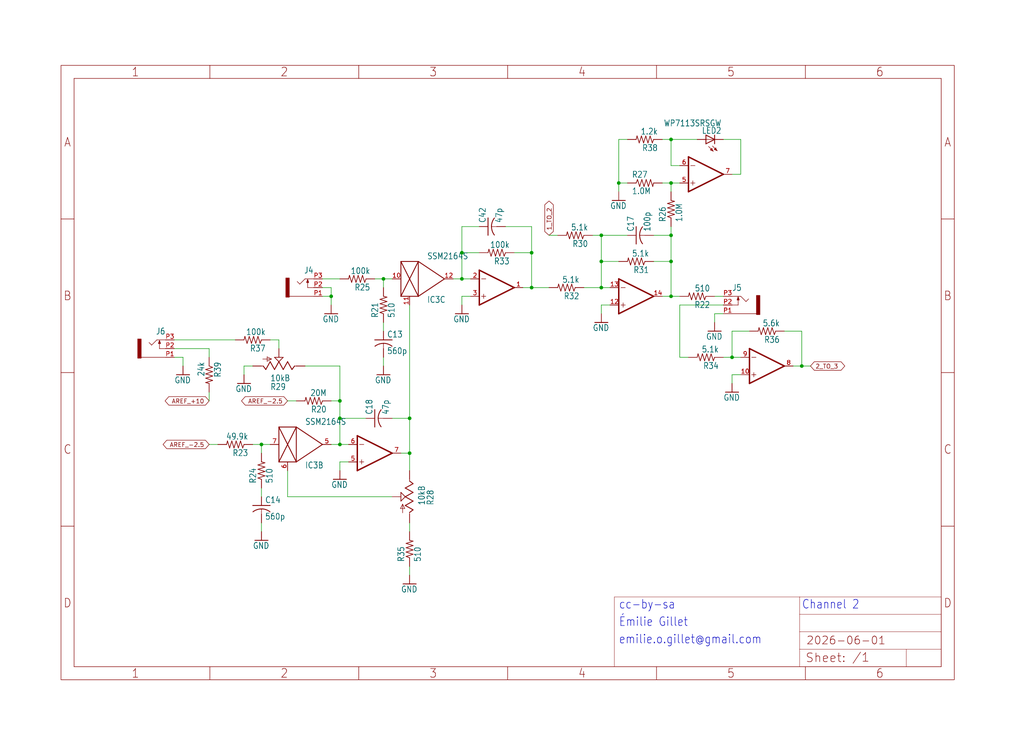
<source format=kicad_sch>
(kicad_sch (version 20230121) (generator eeschema)
  (paper "User" 298.45 217.17)
  (lib_symbols
    (symbol "veils_v40-eagle-import:A4L-LOC"
      (symbol "A4L-LOC_1_0"
        (polyline (pts (xy 0 44.7675) (xy 3.81 44.7675)))
        (polyline (pts (xy 0 89.535) (xy 3.81 89.535)))
        (polyline (pts (xy 0 134.3025) (xy 3.81 134.3025)))
        (polyline (pts (xy 3.81 3.81) (xy 3.81 175.26)))
        (polyline (pts (xy 43.3917 0) (xy 43.3917 3.81)))
        (polyline (pts (xy 43.3917 175.26) (xy 43.3917 179.07)))
        (polyline (pts (xy 86.7833 0) (xy 86.7833 3.81)))
        (polyline (pts (xy 86.7833 175.26) (xy 86.7833 179.07)))
        (polyline (pts (xy 130.175 0) (xy 130.175 3.81)))
        (polyline (pts (xy 130.175 175.26) (xy 130.175 179.07)))
        (polyline (pts (xy 161.29 3.81) (xy 161.29 24.13)) (stroke (width 0.1016)))
        (polyline (pts (xy 161.29 24.13) (xy 215.265 24.13)) (stroke (width 0.1016)))
        (polyline (pts (xy 173.5667 0) (xy 173.5667 3.81)))
        (polyline (pts (xy 173.5667 175.26) (xy 173.5667 179.07)))
        (polyline (pts (xy 215.265 8.89) (xy 215.265 3.81)) (stroke (width 0.1016)))
        (polyline (pts (xy 215.265 8.89) (xy 215.265 13.97)) (stroke (width 0.1016)))
        (polyline (pts (xy 215.265 13.97) (xy 215.265 19.05)) (stroke (width 0.1016)))
        (polyline (pts (xy 215.265 13.97) (xy 256.54 13.97)) (stroke (width 0.1016)))
        (polyline (pts (xy 215.265 19.05) (xy 215.265 24.13)) (stroke (width 0.1016)))
        (polyline (pts (xy 215.265 19.05) (xy 256.54 19.05)) (stroke (width 0.1016)))
        (polyline (pts (xy 215.265 24.13) (xy 256.54 24.13)) (stroke (width 0.1016)))
        (polyline (pts (xy 216.9583 0) (xy 216.9583 3.81)))
        (polyline (pts (xy 216.9583 175.26) (xy 216.9583 179.07)))
        (polyline (pts (xy 246.38 3.81) (xy 246.38 8.89)) (stroke (width 0.1016)))
        (polyline (pts (xy 246.38 8.89) (xy 215.265 8.89)) (stroke (width 0.1016)))
        (polyline (pts (xy 246.38 8.89) (xy 256.54 8.89)) (stroke (width 0.1016)))
        (polyline (pts (xy 256.54 3.81) (xy 3.81 3.81)))
        (polyline (pts (xy 256.54 3.81) (xy 256.54 8.89)) (stroke (width 0.1016)))
        (polyline (pts (xy 256.54 3.81) (xy 256.54 175.26)))
        (polyline (pts (xy 256.54 8.89) (xy 256.54 13.97)) (stroke (width 0.1016)))
        (polyline (pts (xy 256.54 13.97) (xy 256.54 19.05)) (stroke (width 0.1016)))
        (polyline (pts (xy 256.54 19.05) (xy 256.54 24.13)) (stroke (width 0.1016)))
        (polyline (pts (xy 256.54 44.7675) (xy 260.35 44.7675)))
        (polyline (pts (xy 256.54 89.535) (xy 260.35 89.535)))
        (polyline (pts (xy 256.54 134.3025) (xy 260.35 134.3025)))
        (polyline (pts (xy 256.54 175.26) (xy 3.81 175.26)))
        (polyline (pts (xy 0 0) (xy 260.35 0) (xy 260.35 179.07) (xy 0 179.07) (xy 0 0)))
        (text "${#}/${##}" (at 230.505 5.08 0) (effects (font (size 2.54 2.54)) (justify left bottom)))
        (text "${CURRENT_DATE}" (at 217.17 10.16 0) (effects (font (size 2.286 2.286)) (justify left bottom)))
        (text "${PROJECTNAME}" (at 217.17 15.24 0) (effects (font (size 2.54 2.54)) (justify left bottom)))
        (text "1" (at 21.6958 1.905 0) (effects (font (size 2.54 2.286))))
        (text "1" (at 21.6958 177.165 0) (effects (font (size 2.54 2.286))))
        (text "2" (at 65.0875 1.905 0) (effects (font (size 2.54 2.286))))
        (text "2" (at 65.0875 177.165 0) (effects (font (size 2.54 2.286))))
        (text "3" (at 108.4792 1.905 0) (effects (font (size 2.54 2.286))))
        (text "3" (at 108.4792 177.165 0) (effects (font (size 2.54 2.286))))
        (text "4" (at 151.8708 1.905 0) (effects (font (size 2.54 2.286))))
        (text "4" (at 151.8708 177.165 0) (effects (font (size 2.54 2.286))))
        (text "5" (at 195.2625 1.905 0) (effects (font (size 2.54 2.286))))
        (text "5" (at 195.2625 177.165 0) (effects (font (size 2.54 2.286))))
        (text "6" (at 238.6542 1.905 0) (effects (font (size 2.54 2.286))))
        (text "6" (at 238.6542 177.165 0) (effects (font (size 2.54 2.286))))
        (text "A" (at 1.905 156.6863 0) (effects (font (size 2.54 2.286))))
        (text "A" (at 258.445 156.6863 0) (effects (font (size 2.54 2.286))))
        (text "B" (at 1.905 111.9188 0) (effects (font (size 2.54 2.286))))
        (text "B" (at 258.445 111.9188 0) (effects (font (size 2.54 2.286))))
        (text "C" (at 1.905 67.1513 0) (effects (font (size 2.54 2.286))))
        (text "C" (at 258.445 67.1513 0) (effects (font (size 2.54 2.286))))
        (text "D" (at 1.905 22.3838 0) (effects (font (size 2.54 2.286))))
        (text "D" (at 258.445 22.3838 0) (effects (font (size 2.54 2.286))))
        (text "Sheet:" (at 216.916 4.953 0) (effects (font (size 2.54 2.54)) (justify left bottom)))
      )
    )
    (symbol "veils_v40-eagle-import:C-USC0402"
      (property "Reference" "C" (at 1.016 0.635 0))
      (symbol "C-USC0402_1_0"
        (arc (start 0 -1.0161) (mid -1.302 -1.2303) (end -2.4668 -1.8504) (stroke (width 0.254)))
        (polyline (pts (xy -2.54 0) (xy 2.54 0)) (stroke (width 0.254)))
        (polyline (pts (xy 0 -1.016) (xy 0 -2.54)) (stroke (width 0.1524)))
        (arc (start 2.4892 -1.8541) (mid 1.3158 -1.2194) (end 0 -1) (stroke (width 0.254)))
        (pin passive line (at 0 2.54 270) (length 2.54) (name "1") (number "1"))
        (pin passive line (at 0 -5.08 90) (length 2.54) (name "2") (number "2"))
      )
    )
    (symbol "veils_v40-eagle-import:GND" (power)
      (property "Value" "GND" (at -2.54 -2.54 0))
      (symbol "GND_1_0"
        (polyline (pts (xy -1.905 0) (xy 1.905 0)) (stroke (width 0.254)))
        (pin power_in line (at 0 2.54 270) (length 2.54) (name "GND") (number "1"))
      )
    )
    (symbol "veils_v40-eagle-import:LED5MM"
      (property "Reference" "LED" (at 3.556 -4.572 90))
      (symbol "LED5MM_1_0"
        (polyline (pts (xy -2.032 -0.762) (xy -3.429 -2.159)) (stroke (width 0.1524)))
        (polyline (pts (xy -1.905 -1.905) (xy -3.302 -3.302)) (stroke (width 0.1524)))
        (polyline (pts (xy 0 -2.54) (xy -1.27 -2.54)) (stroke (width 0.254)))
        (polyline (pts (xy 0 -2.54) (xy -1.27 0)) (stroke (width 0.254)))
        (polyline (pts (xy 0 0) (xy -1.27 0)) (stroke (width 0.254)))
        (polyline (pts (xy 0 0) (xy 0 -2.54)) (stroke (width 0.1524)))
        (polyline (pts (xy 1.27 -2.54) (xy 0 -2.54)) (stroke (width 0.254)))
        (polyline (pts (xy 1.27 0) (xy 0 -2.54)) (stroke (width 0.254)))
        (polyline (pts (xy 1.27 0) (xy 0 0)) (stroke (width 0.254)))
        (polyline (pts (xy -3.429 -2.159) (xy -3.048 -1.27) (xy -2.54 -1.778)) (stroke (width 0.1524)) (fill (type outline)))
        (polyline (pts (xy -3.302 -3.302) (xy -2.921 -2.413) (xy -2.413 -2.921)) (stroke (width 0.1524)) (fill (type outline)))
        (pin passive line (at 0 2.54 270) (length 2.54) (name "A") (number "A"))
        (pin passive line (at 0 -5.08 90) (length 2.54) (name "C") (number "K"))
      )
    )
    (symbol "veils_v40-eagle-import:PJ301_THONKICONN6"
      (property "Reference" "J" (at -2.54 4.064 0))
      (symbol "PJ301_THONKICONN6_1_0"
        (polyline (pts (xy -2.54 -2.54) (xy 4.572 -2.54)) (stroke (width 0.1524)))
        (polyline (pts (xy -2.54 0) (xy -0.762 0)) (stroke (width 0.1524)))
        (polyline (pts (xy -2.54 2.54) (xy 0 2.54)) (stroke (width 0.1524)))
        (polyline (pts (xy -1.016 1.524) (xy -0.508 1.524)) (stroke (width 0.254)))
        (polyline (pts (xy -0.762 0) (xy -0.762 2.286)) (stroke (width 0.1524)))
        (polyline (pts (xy -0.762 2.286) (xy -1.016 1.524)) (stroke (width 0.254)))
        (polyline (pts (xy -0.508 1.524) (xy -0.762 2.286)) (stroke (width 0.254)))
        (polyline (pts (xy 0 2.54) (xy 1.524 1.016)) (stroke (width 0.1524)))
        (polyline (pts (xy 1.524 1.016) (xy 2.286 1.778)) (stroke (width 0.1524)))
        (rectangle (start 4.572 2.794) (end 5.588 -2.794) (fill (type outline)))
        (pin passive line (at -5.08 -2.54 0) (length 2.54) (name "1") (number "P1"))
        (pin passive line (at -5.08 0 0) (length 2.54) (name "2") (number "P2"))
        (pin passive line (at -5.08 2.54 0) (length 2.54) (name "3") (number "P3"))
      )
    )
    (symbol "veils_v40-eagle-import:POT_USVERTICAL_PS"
      (property "Reference" "R" (at -5.08 -2.54 90))
      (symbol "POT_USVERTICAL_PS_1_0"
        (polyline (pts (xy -1.016 -3.81) (xy 1.27 -2.54)) (stroke (width 0.254)))
        (polyline (pts (xy -1.016 -1.27) (xy 1.27 0)) (stroke (width 0.254)))
        (polyline (pts (xy -1.016 1.27) (xy 1.27 2.54)) (stroke (width 0.254)))
        (polyline (pts (xy -1.016 3.81) (xy 0 4.572)) (stroke (width 0.254)))
        (polyline (pts (xy 0 -5.08) (xy 0 -4.572)) (stroke (width 0.1524)))
        (polyline (pts (xy 0 -4.572) (xy -1.016 -3.81)) (stroke (width 0.254)))
        (polyline (pts (xy 0 4.572) (xy 0 5.08)) (stroke (width 0.1524)))
        (polyline (pts (xy 1.27 -2.54) (xy -1.016 -1.27)) (stroke (width 0.254)))
        (polyline (pts (xy 1.27 0) (xy -1.016 1.27)) (stroke (width 0.254)))
        (polyline (pts (xy 1.27 0) (xy 2.54 1.27)) (stroke (width 0.2032)))
        (polyline (pts (xy 1.27 2.54) (xy -1.016 3.81)) (stroke (width 0.254)))
        (polyline (pts (xy 1.397 -3.429) (xy 2.032 -2.159)) (stroke (width 0.1524)))
        (polyline (pts (xy 2.032 -4.699) (xy 2.032 -2.159)) (stroke (width 0.1524)))
        (polyline (pts (xy 2.032 -2.159) (xy 2.667 -3.429)) (stroke (width 0.1524)))
        (polyline (pts (xy 2.54 -1.27) (xy 1.27 0)) (stroke (width 0.2032)))
        (polyline (pts (xy 2.54 1.27) (xy 2.54 -1.27)) (stroke (width 0.2032)))
        (polyline (pts (xy 2.667 -3.429) (xy 1.397 -3.429)) (stroke (width 0.1524)))
        (pin passive line (at 0 7.62 270) (length 2.54) (name "E") (number "P$1"))
        (pin passive line (at 5.08 0 180) (length 2.54) (name "S") (number "P$2"))
        (pin passive line (at 0 -7.62 90) (length 2.54) (name "A") (number "P$3"))
      )
    )
    (symbol "veils_v40-eagle-import:R-US_R0402"
      (property "Reference" "R" (at -3.81 1.4986 0))
      (symbol "R-US_R0402_1_0"
        (polyline (pts (xy -2.54 0) (xy -2.159 1.016)) (stroke (width 0.2032)))
        (polyline (pts (xy -2.159 1.016) (xy -1.524 -1.016)) (stroke (width 0.2032)))
        (polyline (pts (xy -1.524 -1.016) (xy -0.889 1.016)) (stroke (width 0.2032)))
        (polyline (pts (xy -0.889 1.016) (xy -0.254 -1.016)) (stroke (width 0.2032)))
        (polyline (pts (xy -0.254 -1.016) (xy 0.381 1.016)) (stroke (width 0.2032)))
        (polyline (pts (xy 0.381 1.016) (xy 1.016 -1.016)) (stroke (width 0.2032)))
        (polyline (pts (xy 1.016 -1.016) (xy 1.651 1.016)) (stroke (width 0.2032)))
        (polyline (pts (xy 1.651 1.016) (xy 2.286 -1.016)) (stroke (width 0.2032)))
        (polyline (pts (xy 2.286 -1.016) (xy 2.54 0)) (stroke (width 0.2032)))
        (pin passive line (at -5.08 0 0) (length 2.54) (name "1") (number "1"))
        (pin passive line (at 5.08 0 180) (length 2.54) (name "2") (number "2"))
      )
    )
    (symbol "veils_v40-eagle-import:SSM2164S"
      (property "Reference" "IC" (at 5.08 -12.7 0))
      (symbol "SSM2164S_1_0"
        (polyline (pts (xy -2.54 -5.08) (xy 2.54 -5.08)) (stroke (width 0.254)))
        (polyline (pts (xy -2.54 -5.08) (xy 2.54 5.08)) (stroke (width 0.254)))
        (polyline (pts (xy -2.54 5.08) (xy -2.54 -5.08)) (stroke (width 0.254)))
        (polyline (pts (xy -2.54 5.08) (xy 2.54 -5.08)) (stroke (width 0.254)))
        (polyline (pts (xy 2.54 -5.08) (xy 2.54 5.08)) (stroke (width 0.254)))
        (polyline (pts (xy 2.54 5.08) (xy -2.54 5.08)) (stroke (width 0.254)))
        (polyline (pts (xy 2.54 5.08) (xy 10.16 0)) (stroke (width 0.254)))
        (polyline (pts (xy 10.16 0) (xy 2.54 -5.08)) (stroke (width 0.254)))
        (pin input line (at -5.08 0 0) (length 2.54) (name "IN") (number "2"))
        (pin input line (at 0 7.62 270) (length 2.54) (name "CTRL") (number "3"))
        (pin output line (at 12.7 0 180) (length 2.54) (name "OUT") (number "4"))
      )
      (symbol "SSM2164S_2_0"
        (polyline (pts (xy -2.54 -5.08) (xy 2.54 -5.08)) (stroke (width 0.254)))
        (polyline (pts (xy -2.54 -5.08) (xy 2.54 5.08)) (stroke (width 0.254)))
        (polyline (pts (xy -2.54 5.08) (xy -2.54 -5.08)) (stroke (width 0.254)))
        (polyline (pts (xy -2.54 5.08) (xy 2.54 -5.08)) (stroke (width 0.254)))
        (polyline (pts (xy 2.54 -5.08) (xy 2.54 5.08)) (stroke (width 0.254)))
        (polyline (pts (xy 2.54 5.08) (xy -2.54 5.08)) (stroke (width 0.254)))
        (polyline (pts (xy 2.54 5.08) (xy 10.16 0)) (stroke (width 0.254)))
        (polyline (pts (xy 10.16 0) (xy 2.54 -5.08)) (stroke (width 0.254)))
        (pin output line (at 12.7 0 180) (length 2.54) (name "OUT") (number "5"))
        (pin input line (at 0 7.62 270) (length 2.54) (name "CTRL") (number "6"))
        (pin input line (at -5.08 0 0) (length 2.54) (name "IN") (number "7"))
      )
      (symbol "SSM2164S_3_0"
        (polyline (pts (xy -2.54 -5.08) (xy 2.54 -5.08)) (stroke (width 0.254)))
        (polyline (pts (xy -2.54 -5.08) (xy 2.54 5.08)) (stroke (width 0.254)))
        (polyline (pts (xy -2.54 5.08) (xy -2.54 -5.08)) (stroke (width 0.254)))
        (polyline (pts (xy -2.54 5.08) (xy 2.54 -5.08)) (stroke (width 0.254)))
        (polyline (pts (xy 2.54 -5.08) (xy 2.54 5.08)) (stroke (width 0.254)))
        (polyline (pts (xy 2.54 5.08) (xy -2.54 5.08)) (stroke (width 0.254)))
        (polyline (pts (xy 2.54 5.08) (xy 10.16 0)) (stroke (width 0.254)))
        (polyline (pts (xy 10.16 0) (xy 2.54 -5.08)) (stroke (width 0.254)))
        (pin input line (at -5.08 0 0) (length 2.54) (name "IN") (number "10"))
        (pin input line (at 0 7.62 270) (length 2.54) (name "CTRL") (number "11"))
        (pin output line (at 12.7 0 180) (length 2.54) (name "OUT") (number "12"))
      )
      (symbol "SSM2164S_4_0"
        (polyline (pts (xy -2.54 -5.08) (xy 2.54 -5.08)) (stroke (width 0.254)))
        (polyline (pts (xy -2.54 -5.08) (xy 2.54 5.08)) (stroke (width 0.254)))
        (polyline (pts (xy -2.54 5.08) (xy -2.54 -5.08)) (stroke (width 0.254)))
        (polyline (pts (xy -2.54 5.08) (xy 2.54 -5.08)) (stroke (width 0.254)))
        (polyline (pts (xy 2.54 -5.08) (xy 2.54 5.08)) (stroke (width 0.254)))
        (polyline (pts (xy 2.54 5.08) (xy -2.54 5.08)) (stroke (width 0.254)))
        (polyline (pts (xy 2.54 5.08) (xy 10.16 0)) (stroke (width 0.254)))
        (polyline (pts (xy 10.16 0) (xy 2.54 -5.08)) (stroke (width 0.254)))
        (pin output line (at 12.7 0 180) (length 2.54) (name "OUT") (number "13"))
        (pin input line (at 0 7.62 270) (length 2.54) (name "CTRL") (number "14"))
        (pin input line (at -5.08 0 0) (length 2.54) (name "IN") (number "15"))
      )
      (symbol "SSM2164S_5_0"
        (polyline (pts (xy -5.08 -10.16) (xy -5.08 5.08)) (stroke (width 0.254)))
        (polyline (pts (xy -5.08 5.08) (xy 5.08 5.08)) (stroke (width 0.254)))
        (polyline (pts (xy 5.08 -10.16) (xy -5.08 -10.16)) (stroke (width 0.254)))
        (polyline (pts (xy 5.08 5.08) (xy 5.08 -10.16)) (stroke (width 0.254)))
        (text "GND" (at -1.016 -5.842 0) (effects (font (size 1.778 1.5113)) (justify left bottom)))
        (text "MODE" (at -3.048 -1.016 0) (effects (font (size 1.778 1.5113)) (justify left bottom)))
        (text "V+" (at -1.524 2.54 0) (effects (font (size 1.778 1.5113)) (justify left bottom)))
        (text "V-" (at -1.524 -9.652 0) (effects (font (size 1.778 1.5113)) (justify left bottom)))
        (pin input line (at 7.62 0 180) (length 2.54) (name "MODE") (number "1"))
        (pin power_in line (at 0 7.62 270) (length 2.54) (name "V+") (number "16"))
        (pin power_in line (at 7.62 -5.08 180) (length 2.54) (name "GND") (number "8"))
        (pin power_in line (at 0 -12.7 90) (length 2.54) (name "V-") (number "9"))
      )
    )
    (symbol "veils_v40-eagle-import:TL072PW"
      (symbol "TL072PW_1_0"
        (polyline (pts (xy -5.08 -5.08) (xy 5.08 0)) (stroke (width 0.4064)))
        (polyline (pts (xy -5.08 5.08) (xy -5.08 -5.08)) (stroke (width 0.4064)))
        (polyline (pts (xy -4.445 -2.54) (xy -3.175 -2.54)) (stroke (width 0.1524)))
        (polyline (pts (xy -4.445 2.54) (xy -3.175 2.54)) (stroke (width 0.1524)))
        (polyline (pts (xy -3.81 3.175) (xy -3.81 1.905)) (stroke (width 0.1524)))
        (polyline (pts (xy 5.08 0) (xy -5.08 5.08)) (stroke (width 0.4064)))
        (pin output line (at 7.62 0 180) (length 2.54) (name "OUT") (number "1"))
        (pin input line (at -7.62 -2.54 0) (length 2.54) (name "-IN") (number "2"))
        (pin input line (at -7.62 2.54 0) (length 2.54) (name "+IN") (number "3"))
      )
      (symbol "TL072PW_2_0"
        (polyline (pts (xy -5.08 -5.08) (xy 5.08 0)) (stroke (width 0.4064)))
        (polyline (pts (xy -5.08 5.08) (xy -5.08 -5.08)) (stroke (width 0.4064)))
        (polyline (pts (xy -4.445 -2.54) (xy -3.175 -2.54)) (stroke (width 0.1524)))
        (polyline (pts (xy -4.445 2.54) (xy -3.175 2.54)) (stroke (width 0.1524)))
        (polyline (pts (xy -3.81 3.175) (xy -3.81 1.905)) (stroke (width 0.1524)))
        (polyline (pts (xy 5.08 0) (xy -5.08 5.08)) (stroke (width 0.4064)))
        (pin input line (at -7.62 2.54 0) (length 2.54) (name "+IN") (number "5"))
        (pin input line (at -7.62 -2.54 0) (length 2.54) (name "-IN") (number "6"))
        (pin output line (at 7.62 0 180) (length 2.54) (name "OUT") (number "7"))
      )
      (symbol "TL072PW_3_0"
        (text "V+" (at 1.27 3.175 900) (effects (font (size 0.8128 0.6908)) (justify left bottom)))
        (text "V-" (at 1.27 -4.445 900) (effects (font (size 0.8128 0.6908)) (justify left bottom)))
        (pin power_in line (at 0 -7.62 90) (length 5.08) (name "V-") (number "4"))
        (pin power_in line (at 0 7.62 270) (length 5.08) (name "V+") (number "8"))
      )
    )
    (symbol "veils_v40-eagle-import:TL074PW"
      (symbol "TL074PW_1_0"
        (polyline (pts (xy -5.08 -5.08) (xy 5.08 0)) (stroke (width 0.4064)))
        (polyline (pts (xy -5.08 5.08) (xy -5.08 -5.08)) (stroke (width 0.4064)))
        (polyline (pts (xy -4.445 -2.54) (xy -3.175 -2.54)) (stroke (width 0.1524)))
        (polyline (pts (xy -4.445 2.54) (xy -3.175 2.54)) (stroke (width 0.1524)))
        (polyline (pts (xy -3.81 3.175) (xy -3.81 1.905)) (stroke (width 0.1524)))
        (polyline (pts (xy 5.08 0) (xy -5.08 5.08)) (stroke (width 0.4064)))
        (pin output line (at 7.62 0 180) (length 2.54) (name "OUT") (number "1"))
        (pin input line (at -7.62 -2.54 0) (length 2.54) (name "-IN") (number "2"))
        (pin input line (at -7.62 2.54 0) (length 2.54) (name "+IN") (number "3"))
      )
      (symbol "TL074PW_2_0"
        (polyline (pts (xy -5.08 -5.08) (xy 5.08 0)) (stroke (width 0.4064)))
        (polyline (pts (xy -5.08 5.08) (xy -5.08 -5.08)) (stroke (width 0.4064)))
        (polyline (pts (xy -4.445 -2.54) (xy -3.175 -2.54)) (stroke (width 0.1524)))
        (polyline (pts (xy -4.445 2.54) (xy -3.175 2.54)) (stroke (width 0.1524)))
        (polyline (pts (xy -3.81 3.175) (xy -3.81 1.905)) (stroke (width 0.1524)))
        (polyline (pts (xy 5.08 0) (xy -5.08 5.08)) (stroke (width 0.4064)))
        (pin input line (at -7.62 2.54 0) (length 2.54) (name "+IN") (number "5"))
        (pin input line (at -7.62 -2.54 0) (length 2.54) (name "-IN") (number "6"))
        (pin output line (at 7.62 0 180) (length 2.54) (name "OUT") (number "7"))
      )
      (symbol "TL074PW_3_0"
        (polyline (pts (xy -5.08 -5.08) (xy 5.08 0)) (stroke (width 0.4064)))
        (polyline (pts (xy -5.08 5.08) (xy -5.08 -5.08)) (stroke (width 0.4064)))
        (polyline (pts (xy -4.445 -2.54) (xy -3.175 -2.54)) (stroke (width 0.1524)))
        (polyline (pts (xy -4.445 2.54) (xy -3.175 2.54)) (stroke (width 0.1524)))
        (polyline (pts (xy -3.81 3.175) (xy -3.81 1.905)) (stroke (width 0.1524)))
        (polyline (pts (xy 5.08 0) (xy -5.08 5.08)) (stroke (width 0.4064)))
        (pin input line (at -7.62 2.54 0) (length 2.54) (name "+IN") (number "10"))
        (pin output line (at 7.62 0 180) (length 2.54) (name "OUT") (number "8"))
        (pin input line (at -7.62 -2.54 0) (length 2.54) (name "-IN") (number "9"))
      )
      (symbol "TL074PW_4_0"
        (polyline (pts (xy -5.08 -5.08) (xy 5.08 0)) (stroke (width 0.4064)))
        (polyline (pts (xy -5.08 5.08) (xy -5.08 -5.08)) (stroke (width 0.4064)))
        (polyline (pts (xy -4.445 -2.54) (xy -3.175 -2.54)) (stroke (width 0.1524)))
        (polyline (pts (xy -4.445 2.54) (xy -3.175 2.54)) (stroke (width 0.1524)))
        (polyline (pts (xy -3.81 3.175) (xy -3.81 1.905)) (stroke (width 0.1524)))
        (polyline (pts (xy 5.08 0) (xy -5.08 5.08)) (stroke (width 0.4064)))
        (pin input line (at -7.62 2.54 0) (length 2.54) (name "+IN") (number "12"))
        (pin input line (at -7.62 -2.54 0) (length 2.54) (name "-IN") (number "13"))
        (pin output line (at 7.62 0 180) (length 2.54) (name "OUT") (number "14"))
      )
      (symbol "TL074PW_5_0"
        (text "V+" (at 1.27 3.175 900) (effects (font (size 0.8128 0.6908)) (justify left bottom)))
        (text "V-" (at 1.27 -4.445 900) (effects (font (size 0.8128 0.6908)) (justify left bottom)))
        (pin power_in line (at 0 -7.62 90) (length 5.08) (name "V-") (number "11"))
        (pin power_in line (at 0 7.62 270) (length 5.08) (name "V+") (number "4"))
      )
    )
    (symbol "veils_v40-eagle-import:og-pots_POT_USVERTICAL"
      (property "Reference" "R" (at -5.08 -2.54 90))
      (symbol "og-pots_POT_USVERTICAL_1_0"
        (polyline (pts (xy -1.016 -3.81) (xy 1.27 -2.54)) (stroke (width 0.254)))
        (polyline (pts (xy -1.016 -1.27) (xy 1.27 0)) (stroke (width 0.254)))
        (polyline (pts (xy -1.016 1.27) (xy 1.27 2.54)) (stroke (width 0.254)))
        (polyline (pts (xy -1.016 3.81) (xy 0 4.572)) (stroke (width 0.254)))
        (polyline (pts (xy 0 -5.08) (xy 0 -4.572)) (stroke (width 0.1524)))
        (polyline (pts (xy 0 -4.572) (xy -1.016 -3.81)) (stroke (width 0.254)))
        (polyline (pts (xy 0 4.572) (xy 0 5.08)) (stroke (width 0.1524)))
        (polyline (pts (xy 1.27 -2.54) (xy -1.016 -1.27)) (stroke (width 0.254)))
        (polyline (pts (xy 1.27 0) (xy -1.016 1.27)) (stroke (width 0.254)))
        (polyline (pts (xy 1.27 0) (xy 2.54 1.27)) (stroke (width 0.2032)))
        (polyline (pts (xy 1.27 2.54) (xy -1.016 3.81)) (stroke (width 0.254)))
        (polyline (pts (xy 1.397 -3.429) (xy 2.032 -2.159)) (stroke (width 0.1524)))
        (polyline (pts (xy 2.032 -4.699) (xy 2.032 -2.159)) (stroke (width 0.1524)))
        (polyline (pts (xy 2.032 -2.159) (xy 2.667 -3.429)) (stroke (width 0.1524)))
        (polyline (pts (xy 2.54 -1.27) (xy 1.27 0)) (stroke (width 0.2032)))
        (polyline (pts (xy 2.54 1.27) (xy 2.54 -1.27)) (stroke (width 0.2032)))
        (polyline (pts (xy 2.667 -3.429) (xy 1.397 -3.429)) (stroke (width 0.1524)))
        (pin passive line (at 0 7.62 270) (length 2.54) (name "E") (number "P$1"))
        (pin passive line (at 5.08 0 180) (length 2.54) (name "S") (number "P$2"))
        (pin passive line (at 0 -7.62 90) (length 2.54) (name "A") (number "P$3"))
      )
    )
  )
  (junction (at 96.52 86.36))
  (junction (at 154.94 83.82))
  (junction (at 119.38 121.92))
  (junction (at 76.2 129.54))
  (junction (at 154.94 73.66))
  (junction (at 99.06 116.84))
  (junction (at 195.58 76.2))
  (junction (at 134.62 73.66))
  (junction (at 195.58 53.34))
  (junction (at 175.26 68.58))
  (junction (at 233.68 106.68))
  (junction (at 195.58 68.58))
  (junction (at 99.06 129.54))
  (junction (at 111.76 81.28))
  (junction (at 119.38 132.08))
  (junction (at 195.58 40.64))
  (junction (at 195.58 86.36))
  (junction (at 134.62 81.28))
  (junction (at 180.34 53.34))
  (junction (at 175.26 83.82))
  (junction (at 99.06 121.92))
  (junction (at 213.36 104.14))
  (junction (at 175.26 76.2))
  (wire (pts (xy 162.56 68.58) (xy 160.02 68.58)) (stroke (width 0.1524)))
  (wire (pts (xy 198.12 88.9) (xy 210.82 88.9)) (stroke (width 0.1524)))
  (wire (pts (xy 93.98 81.28) (xy 99.06 81.28)) (stroke (width 0.1524)))
  (wire (pts (xy 119.38 121.92) (xy 119.38 88.9)) (stroke (width 0.1524)))
  (wire (pts (xy 83.82 144.78) (xy 114.3 144.78)) (stroke (width 0.1524)))
  (wire (pts (xy 175.26 76.2) (xy 175.26 68.58)) (stroke (width 0.1524)))
  (wire (pts (xy 119.38 165.1) (xy 119.38 167.64)) (stroke (width 0.1524)))
  (wire (pts (xy 203.2 40.64) (xy 195.58 40.64)) (stroke (width 0.1524)))
  (wire (pts (xy 149.86 73.66) (xy 154.94 73.66)) (stroke (width 0.1524)))
  (wire (pts (xy 175.26 83.82) (xy 175.26 76.2)) (stroke (width 0.1524)))
  (wire (pts (xy 114.3 121.92) (xy 119.38 121.92)) (stroke (width 0.1524)))
  (wire (pts (xy 73.66 129.54) (xy 76.2 129.54)) (stroke (width 0.1524)))
  (wire (pts (xy 50.8 99.06) (xy 68.58 99.06)) (stroke (width 0.1524)))
  (wire (pts (xy 99.06 129.54) (xy 101.6 129.54)) (stroke (width 0.1524)))
  (wire (pts (xy 233.68 106.68) (xy 231.14 106.68)) (stroke (width 0.1524)))
  (wire (pts (xy 106.68 121.92) (xy 99.06 121.92)) (stroke (width 0.1524)))
  (wire (pts (xy 182.88 40.64) (xy 180.34 40.64)) (stroke (width 0.1524)))
  (wire (pts (xy 200.66 104.14) (xy 198.12 104.14)) (stroke (width 0.1524)))
  (wire (pts (xy 134.62 66.04) (xy 134.62 73.66)) (stroke (width 0.1524)))
  (wire (pts (xy 111.76 81.28) (xy 114.3 81.28)) (stroke (width 0.1524)))
  (wire (pts (xy 180.34 53.34) (xy 180.34 55.88)) (stroke (width 0.1524)))
  (wire (pts (xy 208.28 91.44) (xy 208.28 93.98)) (stroke (width 0.1524)))
  (wire (pts (xy 134.62 73.66) (xy 139.7 73.66)) (stroke (width 0.1524)))
  (wire (pts (xy 76.2 152.4) (xy 76.2 154.94)) (stroke (width 0.1524)))
  (wire (pts (xy 182.88 53.34) (xy 180.34 53.34)) (stroke (width 0.1524)))
  (wire (pts (xy 177.8 88.9) (xy 175.26 88.9)) (stroke (width 0.1524)))
  (wire (pts (xy 76.2 129.54) (xy 76.2 132.08)) (stroke (width 0.1524)))
  (wire (pts (xy 147.32 66.04) (xy 154.94 66.04)) (stroke (width 0.1524)))
  (wire (pts (xy 111.76 96.52) (xy 111.76 93.98)) (stroke (width 0.1524)))
  (wire (pts (xy 134.62 86.36) (xy 134.62 88.9)) (stroke (width 0.1524)))
  (wire (pts (xy 180.34 40.64) (xy 180.34 53.34)) (stroke (width 0.1524)))
  (wire (pts (xy 111.76 81.28) (xy 111.76 83.82)) (stroke (width 0.1524)))
  (wire (pts (xy 195.58 86.36) (xy 193.04 86.36)) (stroke (width 0.1524)))
  (wire (pts (xy 96.52 83.82) (xy 96.52 86.36)) (stroke (width 0.1524)))
  (wire (pts (xy 180.34 76.2) (xy 175.26 76.2)) (stroke (width 0.1524)))
  (wire (pts (xy 83.82 137.16) (xy 83.82 144.78)) (stroke (width 0.1524)))
  (wire (pts (xy 210.82 91.44) (xy 208.28 91.44)) (stroke (width 0.1524)))
  (wire (pts (xy 134.62 81.28) (xy 137.16 81.28)) (stroke (width 0.1524)))
  (wire (pts (xy 139.7 66.04) (xy 134.62 66.04)) (stroke (width 0.1524)))
  (wire (pts (xy 213.36 50.8) (xy 215.9 50.8)) (stroke (width 0.1524)))
  (wire (pts (xy 172.72 68.58) (xy 175.26 68.58)) (stroke (width 0.1524)))
  (wire (pts (xy 111.76 104.14) (xy 111.76 106.68)) (stroke (width 0.1524)))
  (wire (pts (xy 190.5 68.58) (xy 195.58 68.58)) (stroke (width 0.1524)))
  (wire (pts (xy 96.52 116.84) (xy 99.06 116.84)) (stroke (width 0.1524)))
  (wire (pts (xy 96.52 129.54) (xy 99.06 129.54)) (stroke (width 0.1524)))
  (wire (pts (xy 195.58 40.64) (xy 195.58 48.26)) (stroke (width 0.1524)))
  (wire (pts (xy 63.5 129.54) (xy 60.96 129.54)) (stroke (width 0.1524)))
  (wire (pts (xy 132.08 81.28) (xy 134.62 81.28)) (stroke (width 0.1524)))
  (wire (pts (xy 213.36 96.52) (xy 213.36 104.14)) (stroke (width 0.1524)))
  (wire (pts (xy 76.2 129.54) (xy 78.74 129.54)) (stroke (width 0.1524)))
  (wire (pts (xy 50.8 101.6) (xy 60.96 101.6)) (stroke (width 0.1524)))
  (wire (pts (xy 175.26 88.9) (xy 175.26 91.44)) (stroke (width 0.1524)))
  (wire (pts (xy 71.12 106.68) (xy 71.12 109.22)) (stroke (width 0.1524)))
  (wire (pts (xy 154.94 73.66) (xy 154.94 83.82)) (stroke (width 0.1524)))
  (wire (pts (xy 101.6 134.62) (xy 99.06 134.62)) (stroke (width 0.1524)))
  (wire (pts (xy 198.12 104.14) (xy 198.12 88.9)) (stroke (width 0.1524)))
  (wire (pts (xy 233.68 96.52) (xy 233.68 106.68)) (stroke (width 0.1524)))
  (wire (pts (xy 175.26 68.58) (xy 182.88 68.58)) (stroke (width 0.1524)))
  (wire (pts (xy 193.04 40.64) (xy 195.58 40.64)) (stroke (width 0.1524)))
  (wire (pts (xy 215.9 40.64) (xy 210.82 40.64)) (stroke (width 0.1524)))
  (wire (pts (xy 208.28 86.36) (xy 210.82 86.36)) (stroke (width 0.1524)))
  (wire (pts (xy 99.06 134.62) (xy 99.06 137.16)) (stroke (width 0.1524)))
  (wire (pts (xy 195.58 48.26) (xy 198.12 48.26)) (stroke (width 0.1524)))
  (wire (pts (xy 175.26 83.82) (xy 177.8 83.82)) (stroke (width 0.1524)))
  (wire (pts (xy 195.58 86.36) (xy 195.58 76.2)) (stroke (width 0.1524)))
  (wire (pts (xy 154.94 83.82) (xy 152.4 83.82)) (stroke (width 0.1524)))
  (wire (pts (xy 119.38 132.08) (xy 116.84 132.08)) (stroke (width 0.1524)))
  (wire (pts (xy 213.36 109.22) (xy 213.36 111.76)) (stroke (width 0.1524)))
  (wire (pts (xy 170.18 83.82) (xy 175.26 83.82)) (stroke (width 0.1524)))
  (wire (pts (xy 119.38 137.16) (xy 119.38 132.08)) (stroke (width 0.1524)))
  (wire (pts (xy 198.12 86.36) (xy 195.58 86.36)) (stroke (width 0.1524)))
  (wire (pts (xy 195.58 53.34) (xy 195.58 55.88)) (stroke (width 0.1524)))
  (wire (pts (xy 160.02 83.82) (xy 154.94 83.82)) (stroke (width 0.1524)))
  (wire (pts (xy 218.44 96.52) (xy 213.36 96.52)) (stroke (width 0.1524)))
  (wire (pts (xy 134.62 81.28) (xy 134.62 73.66)) (stroke (width 0.1524)))
  (wire (pts (xy 78.74 99.06) (xy 81.28 99.06)) (stroke (width 0.1524)))
  (wire (pts (xy 233.68 106.68) (xy 236.22 106.68)) (stroke (width 0.1524)))
  (wire (pts (xy 81.28 99.06) (xy 81.28 101.6)) (stroke (width 0.1524)))
  (wire (pts (xy 213.36 104.14) (xy 210.82 104.14)) (stroke (width 0.1524)))
  (wire (pts (xy 190.5 76.2) (xy 195.58 76.2)) (stroke (width 0.1524)))
  (wire (pts (xy 86.36 116.84) (xy 83.82 116.84)) (stroke (width 0.1524)))
  (wire (pts (xy 195.58 66.04) (xy 195.58 68.58)) (stroke (width 0.1524)))
  (wire (pts (xy 154.94 73.66) (xy 154.94 66.04)) (stroke (width 0.1524)))
  (wire (pts (xy 119.38 121.92) (xy 119.38 132.08)) (stroke (width 0.1524)))
  (wire (pts (xy 99.06 106.68) (xy 99.06 116.84)) (stroke (width 0.1524)))
  (wire (pts (xy 93.98 86.36) (xy 96.52 86.36)) (stroke (width 0.1524)))
  (wire (pts (xy 93.98 83.82) (xy 96.52 83.82)) (stroke (width 0.1524)))
  (wire (pts (xy 60.96 101.6) (xy 60.96 104.14)) (stroke (width 0.1524)))
  (wire (pts (xy 137.16 86.36) (xy 134.62 86.36)) (stroke (width 0.1524)))
  (wire (pts (xy 215.9 104.14) (xy 213.36 104.14)) (stroke (width 0.1524)))
  (wire (pts (xy 60.96 114.3) (xy 60.96 116.84)) (stroke (width 0.1524)))
  (wire (pts (xy 109.22 81.28) (xy 111.76 81.28)) (stroke (width 0.1524)))
  (wire (pts (xy 99.06 129.54) (xy 99.06 121.92)) (stroke (width 0.1524)))
  (wire (pts (xy 88.9 106.68) (xy 99.06 106.68)) (stroke (width 0.1524)))
  (wire (pts (xy 193.04 53.34) (xy 195.58 53.34)) (stroke (width 0.1524)))
  (wire (pts (xy 96.52 86.36) (xy 96.52 88.9)) (stroke (width 0.1524)))
  (wire (pts (xy 76.2 144.78) (xy 76.2 142.24)) (stroke (width 0.1524)))
  (wire (pts (xy 50.8 104.14) (xy 53.34 104.14)) (stroke (width 0.1524)))
  (wire (pts (xy 195.58 53.34) (xy 198.12 53.34)) (stroke (width 0.1524)))
  (wire (pts (xy 73.66 106.68) (xy 71.12 106.68)) (stroke (width 0.1524)))
  (wire (pts (xy 99.06 116.84) (xy 99.06 121.92)) (stroke (width 0.1524)))
  (wire (pts (xy 119.38 154.94) (xy 119.38 152.4)) (stroke (width 0.1524)))
  (wire (pts (xy 228.6 96.52) (xy 233.68 96.52)) (stroke (width 0.1524)))
  (wire (pts (xy 53.34 104.14) (xy 53.34 106.68)) (stroke (width 0.1524)))
  (wire (pts (xy 215.9 109.22) (xy 213.36 109.22)) (stroke (width 0.1524)))
  (wire (pts (xy 195.58 76.2) (xy 195.58 68.58)) (stroke (width 0.1524)))
  (wire (pts (xy 215.9 50.8) (xy 215.9 40.64)) (stroke (width 0.1524)))
  (text "Émilie Gillet" (at 180.34 182.88 0) (effects (font (size 2.54 2.159)) (justify left bottom)))
  (text "Channel 2" (at 233.68 177.8 0) (effects (font (size 2.54 2.159)) (justify left bottom)))
  (text "cc-by-sa" (at 180.34 177.8 0) (effects (font (size 2.54 2.159)) (justify left bottom)))
  (text "emilie.o.gillet@gmail.com" (at 180.34 187.96 0) (effects (font (size 2.54 2.159)) (justify left bottom)))
  (global_label "AREF_-2.5" (shape bidirectional) (at 60.96 129.54 180) (effects (font (size 1.2446 1.2446))) (property "Intersheetrefs" "${INTERSHEET_REFS}" (effects hide)))
  (global_label "2_TO_3" (shape bidirectional) (at 236.22 106.68 0) (effects (font (size 1.2446 1.2446))) (property "Intersheetrefs" "${INTERSHEET_REFS}" (effects hide)))
  (global_label "AREF_+10" (shape bidirectional) (at 60.96 116.84 180) (effects (font (size 1.2446 1.2446))) (property "Intersheetrefs" "${INTERSHEET_REFS}" (effects hide)))
  (global_label "1_TO_2" (shape bidirectional) (at 160.02 68.58 90) (effects (font (size 1.2446 1.2446))) (property "Intersheetrefs" "${INTERSHEET_REFS}" (effects hide)))
  (global_label "AREF_-2.5" (shape bidirectional) (at 83.82 116.84 180) (effects (font (size 1.2446 1.2446))) (property "Intersheetrefs" "${INTERSHEET_REFS}" (effects hide)))
  (symbol (lib_id "veils_v40-eagle-import:GND") (at 111.76 109.22 0) (unit 1)
    (property "Reference" "#GND14" (effects hide))
    (property "Value" "GND" (at 109.22 111.76 0) (effects (font (size 1.778 1.5113)) (justify left bottom)))
  )
  (symbol (lib_id "veils_v40-eagle-import:GND") (at 53.34 109.22 0) (unit 1)
    (property "Reference" "#GND17" (effects hide))
    (property "Value" "GND" (at 50.8 111.76 0) (effects (font (size 1.778 1.5113)) (justify left bottom)))
  )
  (symbol (lib_id "veils_v40-eagle-import:C-USC0402") (at 76.2 147.32 0) (unit 1)
    (property "Reference" "C14" (at 77.216 146.685 0) (effects (font (size 1.778 1.5113)) (justify left bottom)))
    (property "Value" "560p" (at 77.216 151.511 0) (effects (font (size 1.778 1.5113)) (justify left bottom)))
    (property "Footprint" "veils_v40:C0402" (effects hide))
  )
  (symbol (lib_id "veils_v40-eagle-import:R-US_R0402") (at 205.74 104.14 180) (unit 1)
    (property "Reference" "R34" (at 209.55 105.6386 0) (effects (font (size 1.778 1.5113)) (justify left bottom)))
    (property "Value" "5.1k" (at 209.55 100.838 0) (effects (font (size 1.778 1.5113)) (justify left bottom)))
    (property "Footprint" "veils_v40:R0402" (effects hide))
  )
  (symbol (lib_id "veils_v40-eagle-import:R-US_R0402") (at 187.96 53.34 0) (unit 1)
    (property "Reference" "R27" (at 184.15 51.8414 0) (effects (font (size 1.778 1.5113)) (justify left bottom)))
    (property "Value" "1.0M" (at 184.15 56.642 0) (effects (font (size 1.778 1.5113)) (justify left bottom)))
    (property "Footprint" "veils_v40:R0402" (effects hide))
  )
  (symbol (lib_id "veils_v40-eagle-import:R-US_R0402") (at 60.96 109.22 270) (unit 1)
    (property "Reference" "R39" (at 62.4586 105.41 0) (effects (font (size 1.778 1.5113)) (justify left bottom)))
    (property "Value" "24k" (at 57.658 105.41 0) (effects (font (size 1.778 1.5113)) (justify left bottom)))
    (property "Footprint" "veils_v40:R0402" (effects hide))
  )
  (symbol (lib_id "veils_v40-eagle-import:PJ301_THONKICONN6") (at 45.72 101.6 0) (mirror y) (unit 1)
    (property "Reference" "J6" (at 48.26 97.536 0) (effects (font (size 1.778 1.5113)) (justify left bottom)))
    (property "Value" "PJ301_THONKICONN6" (effects hide))
    (property "Footprint" "veils_v40:WQP_PJ_301M6" (effects hide))
  )
  (symbol (lib_id "veils_v40-eagle-import:R-US_R0402") (at 185.42 76.2 180) (unit 1)
    (property "Reference" "R31" (at 189.23 77.6986 0) (effects (font (size 1.778 1.5113)) (justify left bottom)))
    (property "Value" "5.1k" (at 189.23 72.898 0) (effects (font (size 1.778 1.5113)) (justify left bottom)))
    (property "Footprint" "veils_v40:R0402" (effects hide))
  )
  (symbol (lib_id "veils_v40-eagle-import:og-pots_POT_USVERTICAL") (at 119.38 144.78 0) (mirror y) (unit 1)
    (property "Reference" "R28" (at 124.46 147.32 90) (effects (font (size 1.778 1.5113)) (justify left bottom)))
    (property "Value" "10kB" (at 121.92 147.32 90) (effects (font (size 1.778 1.5113)) (justify left bottom)))
    (property "Footprint" "veils_v40:ALPS_POT_VERTICAL" (effects hide))
  )
  (symbol (lib_id "veils_v40-eagle-import:R-US_R0402") (at 111.76 88.9 90) (unit 1)
    (property "Reference" "R21" (at 110.2614 92.71 0) (effects (font (size 1.778 1.5113)) (justify left bottom)))
    (property "Value" "510" (at 115.062 92.71 0) (effects (font (size 1.778 1.5113)) (justify left bottom)))
    (property "Footprint" "veils_v40:R0402" (effects hide))
  )
  (symbol (lib_id "veils_v40-eagle-import:R-US_R0402") (at 187.96 40.64 180) (unit 1)
    (property "Reference" "R38" (at 191.77 42.1386 0) (effects (font (size 1.778 1.5113)) (justify left bottom)))
    (property "Value" "1.2k" (at 191.77 37.338 0) (effects (font (size 1.778 1.5113)) (justify left bottom)))
    (property "Footprint" "veils_v40:R0402" (effects hide))
  )
  (symbol (lib_id "veils_v40-eagle-import:GND") (at 96.52 91.44 0) (unit 1)
    (property "Reference" "#GND19" (effects hide))
    (property "Value" "GND" (at 93.98 93.98 0) (effects (font (size 1.778 1.5113)) (justify left bottom)))
  )
  (symbol (lib_id "veils_v40-eagle-import:GND") (at 213.36 114.3 0) (unit 1)
    (property "Reference" "#GND28" (effects hide))
    (property "Value" "GND" (at 210.82 116.84 0) (effects (font (size 1.778 1.5113)) (justify left bottom)))
  )
  (symbol (lib_id "veils_v40-eagle-import:TL074PW") (at 185.42 86.36 0) (mirror x) (unit 4)
    (property "Reference" "IC4" (effects hide))
    (property "Value" "TL074PW" (effects hide))
    (property "Footprint" "veils_v40:TSSOP14" (effects hide))
  )
  (symbol (lib_id "veils_v40-eagle-import:C-USC0402") (at 111.76 99.06 0) (unit 1)
    (property "Reference" "C13" (at 112.776 98.425 0) (effects (font (size 1.778 1.5113)) (justify left bottom)))
    (property "Value" "560p" (at 112.776 103.251 0) (effects (font (size 1.778 1.5113)) (justify left bottom)))
    (property "Footprint" "veils_v40:C0402" (effects hide))
  )
  (symbol (lib_id "veils_v40-eagle-import:SSM2164S") (at 83.82 129.54 0) (mirror x) (unit 2)
    (property "Reference" "IC3" (at 88.9 134.62 0) (effects (font (size 1.778 1.5113)) (justify left bottom)))
    (property "Value" "SSM2164S" (at 88.9 121.92 0) (effects (font (size 1.778 1.5113)) (justify left bottom)))
    (property "Footprint" "veils_v40:SOIC16N" (effects hide))
  )
  (symbol (lib_id "veils_v40-eagle-import:GND") (at 99.06 139.7 0) (unit 1)
    (property "Reference" "#GND30" (effects hide))
    (property "Value" "GND" (at 96.52 142.24 0) (effects (font (size 1.778 1.5113)) (justify left bottom)))
  )
  (symbol (lib_id "veils_v40-eagle-import:R-US_R0402") (at 223.52 96.52 180) (unit 1)
    (property "Reference" "R36" (at 227.33 98.0186 0) (effects (font (size 1.778 1.5113)) (justify left bottom)))
    (property "Value" "5.6k" (at 227.33 93.218 0) (effects (font (size 1.778 1.5113)) (justify left bottom)))
    (property "Footprint" "veils_v40:R0402" (effects hide))
  )
  (symbol (lib_id "veils_v40-eagle-import:C-USC0402") (at 185.42 68.58 90) (unit 1)
    (property "Reference" "C17" (at 184.785 67.564 0) (effects (font (size 1.778 1.5113)) (justify left bottom)))
    (property "Value" "100p" (at 189.611 67.564 0) (effects (font (size 1.778 1.5113)) (justify left bottom)))
    (property "Footprint" "veils_v40:C0402" (effects hide))
  )
  (symbol (lib_id "veils_v40-eagle-import:R-US_R0402") (at 203.2 86.36 180) (unit 1)
    (property "Reference" "R22" (at 207.01 87.8586 0) (effects (font (size 1.778 1.5113)) (justify left bottom)))
    (property "Value" "510" (at 207.01 83.058 0) (effects (font (size 1.778 1.5113)) (justify left bottom)))
    (property "Footprint" "veils_v40:R0402" (effects hide))
  )
  (symbol (lib_id "veils_v40-eagle-import:A4L-LOC") (at 17.78 198.12 0) (unit 1)
    (property "Reference" "#FRAME3" (effects hide))
    (property "Value" "A4L-LOC" (effects hide))
  )
  (symbol (lib_id "veils_v40-eagle-import:TL074PW") (at 144.78 83.82 0) (mirror x) (unit 1)
    (property "Reference" "IC4" (effects hide))
    (property "Value" "TL074PW" (effects hide))
    (property "Footprint" "veils_v40:TSSOP14" (effects hide))
  )
  (symbol (lib_id "veils_v40-eagle-import:R-US_R0402") (at 68.58 129.54 180) (unit 1)
    (property "Reference" "R23" (at 72.39 131.0386 0) (effects (font (size 1.778 1.5113)) (justify left bottom)))
    (property "Value" "49.9k" (at 72.39 126.238 0) (effects (font (size 1.778 1.5113)) (justify left bottom)))
    (property "Footprint" "veils_v40:R0402" (effects hide))
  )
  (symbol (lib_id "veils_v40-eagle-import:R-US_R0402") (at 76.2 137.16 90) (unit 1)
    (property "Reference" "R24" (at 74.7014 140.97 0) (effects (font (size 1.778 1.5113)) (justify left bottom)))
    (property "Value" "510" (at 79.502 140.97 0) (effects (font (size 1.778 1.5113)) (justify left bottom)))
    (property "Footprint" "veils_v40:R0402" (effects hide))
  )
  (symbol (lib_id "veils_v40-eagle-import:TL072PW") (at 205.74 50.8 0) (mirror x) (unit 2)
    (property "Reference" "IC2" (effects hide))
    (property "Value" "TL072PW" (effects hide))
    (property "Footprint" "veils_v40:TSSOP8" (effects hide))
  )
  (symbol (lib_id "veils_v40-eagle-import:GND") (at 134.62 91.44 0) (unit 1)
    (property "Reference" "#GND16" (effects hide))
    (property "Value" "GND" (at 132.08 93.98 0) (effects (font (size 1.778 1.5113)) (justify left bottom)))
  )
  (symbol (lib_id "veils_v40-eagle-import:GND") (at 208.28 96.52 0) (unit 1)
    (property "Reference" "#GND13" (effects hide))
    (property "Value" "GND" (at 205.74 99.06 0) (effects (font (size 1.778 1.5113)) (justify left bottom)))
  )
  (symbol (lib_id "veils_v40-eagle-import:R-US_R0402") (at 165.1 83.82 180) (unit 1)
    (property "Reference" "R32" (at 168.91 85.3186 0) (effects (font (size 1.778 1.5113)) (justify left bottom)))
    (property "Value" "5.1k" (at 168.91 80.518 0) (effects (font (size 1.778 1.5113)) (justify left bottom)))
    (property "Footprint" "veils_v40:R0402" (effects hide))
  )
  (symbol (lib_id "veils_v40-eagle-import:POT_USVERTICAL_PS") (at 81.28 106.68 270) (mirror x) (unit 1)
    (property "Reference" "R29" (at 78.74 111.76 90) (effects (font (size 1.778 1.5113)) (justify left bottom)))
    (property "Value" "10kB" (at 78.74 109.22 90) (effects (font (size 1.778 1.5113)) (justify left bottom)))
    (property "Footprint" "veils_v40:ALPS_POT_VERTICAL_PS" (effects hide))
  )
  (symbol (lib_id "veils_v40-eagle-import:R-US_R0402") (at 104.14 81.28 180) (unit 1)
    (property "Reference" "R25" (at 107.95 82.7786 0) (effects (font (size 1.778 1.5113)) (justify left bottom)))
    (property "Value" "100k" (at 107.95 77.978 0) (effects (font (size 1.778 1.5113)) (justify left bottom)))
    (property "Footprint" "veils_v40:R0402" (effects hide))
  )
  (symbol (lib_id "veils_v40-eagle-import:TL074PW") (at 109.22 132.08 0) (mirror x) (unit 2)
    (property "Reference" "IC4" (effects hide))
    (property "Value" "TL074PW" (effects hide))
    (property "Footprint" "veils_v40:TSSOP14" (effects hide))
  )
  (symbol (lib_id "veils_v40-eagle-import:R-US_R0402") (at 91.44 116.84 180) (unit 1)
    (property "Reference" "R20" (at 95.25 118.3386 0) (effects (font (size 1.778 1.5113)) (justify left bottom)))
    (property "Value" "20M" (at 95.25 113.538 0) (effects (font (size 1.778 1.5113)) (justify left bottom)))
    (property "Footprint" "veils_v40:R0402" (effects hide))
  )
  (symbol (lib_id "veils_v40-eagle-import:LED5MM") (at 205.74 40.64 90) (unit 1)
    (property "Reference" "LED2" (at 210.312 37.084 90) (effects (font (size 1.778 1.5113)) (justify left bottom)))
    (property "Value" "WP7113SRSGW" (at 210.312 34.925 90) (effects (font (size 1.778 1.5113)) (justify left bottom)))
    (property "Footprint" "veils_v40:LED5MM" (effects hide))
  )
  (symbol (lib_id "veils_v40-eagle-import:PJ301_THONKICONN6") (at 88.9 83.82 0) (mirror y) (unit 1)
    (property "Reference" "J4" (at 91.44 79.756 0) (effects (font (size 1.778 1.5113)) (justify left bottom)))
    (property "Value" "PJ301_THONKICONN6" (effects hide))
    (property "Footprint" "veils_v40:WQP_PJ_301M6" (effects hide))
  )
  (symbol (lib_id "veils_v40-eagle-import:GND") (at 76.2 157.48 0) (unit 1)
    (property "Reference" "#GND29" (effects hide))
    (property "Value" "GND" (at 73.66 160.02 0) (effects (font (size 1.778 1.5113)) (justify left bottom)))
  )
  (symbol (lib_id "veils_v40-eagle-import:GND") (at 119.38 170.18 0) (unit 1)
    (property "Reference" "#GND6" (effects hide))
    (property "Value" "GND" (at 116.84 172.72 0) (effects (font (size 1.778 1.5113)) (justify left bottom)))
  )
  (symbol (lib_id "veils_v40-eagle-import:R-US_R0402") (at 73.66 99.06 180) (unit 1)
    (property "Reference" "R37" (at 77.47 100.5586 0) (effects (font (size 1.778 1.5113)) (justify left bottom)))
    (property "Value" "100k" (at 77.47 95.758 0) (effects (font (size 1.778 1.5113)) (justify left bottom)))
    (property "Footprint" "veils_v40:R0402" (effects hide))
  )
  (symbol (lib_id "veils_v40-eagle-import:PJ301_THONKICONN6") (at 215.9 88.9 0) (unit 1)
    (property "Reference" "J5" (at 213.36 84.836 0) (effects (font (size 1.778 1.5113)) (justify left bottom)))
    (property "Value" "PJ301_THONKICONN6" (effects hide))
    (property "Footprint" "veils_v40:WQP_PJ_301M6" (effects hide))
  )
  (symbol (lib_id "veils_v40-eagle-import:R-US_R0402") (at 119.38 160.02 90) (unit 1)
    (property "Reference" "R35" (at 117.8814 163.83 0) (effects (font (size 1.778 1.5113)) (justify left bottom)))
    (property "Value" "510" (at 122.682 163.83 0) (effects (font (size 1.778 1.5113)) (justify left bottom)))
    (property "Footprint" "veils_v40:R0402" (effects hide))
  )
  (symbol (lib_id "veils_v40-eagle-import:C-USC0402") (at 142.24 66.04 90) (unit 1)
    (property "Reference" "C42" (at 141.605 65.024 0) (effects (font (size 1.778 1.5113)) (justify left bottom)))
    (property "Value" "47p" (at 146.431 65.024 0) (effects (font (size 1.778 1.5113)) (justify left bottom)))
    (property "Footprint" "veils_v40:C0402" (effects hide))
  )
  (symbol (lib_id "veils_v40-eagle-import:SSM2164S") (at 119.38 81.28 0) (mirror x) (unit 3)
    (property "Reference" "IC3" (at 124.46 86.36 0) (effects (font (size 1.778 1.5113)) (justify left bottom)))
    (property "Value" "SSM2164S" (at 124.46 73.66 0) (effects (font (size 1.778 1.5113)) (justify left bottom)))
    (property "Footprint" "veils_v40:SOIC16N" (effects hide))
  )
  (symbol (lib_id "veils_v40-eagle-import:TL074PW") (at 223.52 106.68 0) (mirror x) (unit 3)
    (property "Reference" "IC4" (effects hide))
    (property "Value" "TL074PW" (effects hide))
    (property "Footprint" "veils_v40:TSSOP14" (effects hide))
  )
  (symbol (lib_id "veils_v40-eagle-import:R-US_R0402") (at 167.64 68.58 180) (unit 1)
    (property "Reference" "R30" (at 171.45 70.0786 0) (effects (font (size 1.778 1.5113)) (justify left bottom)))
    (property "Value" "5.1k" (at 171.45 65.278 0) (effects (font (size 1.778 1.5113)) (justify left bottom)))
    (property "Footprint" "veils_v40:R0402" (effects hide))
  )
  (symbol (lib_id "veils_v40-eagle-import:GND") (at 175.26 93.98 0) (unit 1)
    (property "Reference" "#GND15" (effects hide))
    (property "Value" "GND" (at 172.72 96.52 0) (effects (font (size 1.778 1.5113)) (justify left bottom)))
  )
  (symbol (lib_id "veils_v40-eagle-import:R-US_R0402") (at 144.78 73.66 180) (unit 1)
    (property "Reference" "R33" (at 148.59 75.1586 0) (effects (font (size 1.778 1.5113)) (justify left bottom)))
    (property "Value" "100k" (at 148.59 70.358 0) (effects (font (size 1.778 1.5113)) (justify left bottom)))
    (property "Footprint" "veils_v40:R0402" (effects hide))
  )
  (symbol (lib_id "veils_v40-eagle-import:R-US_R0402") (at 195.58 60.96 90) (unit 1)
    (property "Reference" "R26" (at 194.0814 64.77 0) (effects (font (size 1.778 1.5113)) (justify left bottom)))
    (property "Value" "1.0M" (at 198.882 64.77 0) (effects (font (size 1.778 1.5113)) (justify left bottom)))
    (property "Footprint" "veils_v40:R0402" (effects hide))
  )
  (symbol (lib_id "veils_v40-eagle-import:GND") (at 71.12 111.76 0) (unit 1)
    (property "Reference" "#GND5" (effects hide))
    (property "Value" "GND" (at 68.58 114.3 0) (effects (font (size 1.778 1.5113)) (justify left bottom)))
  )
  (symbol (lib_id "veils_v40-eagle-import:C-USC0402") (at 109.22 121.92 90) (unit 1)
    (property "Reference" "C18" (at 108.585 120.904 0) (effects (font (size 1.778 1.5113)) (justify left bottom)))
    (property "Value" "47p" (at 113.411 120.904 0) (effects (font (size 1.778 1.5113)) (justify left bottom)))
    (property "Footprint" "veils_v40:C0402" (effects hide))
  )
  (symbol (lib_id "veils_v40-eagle-import:GND") (at 180.34 58.42 0) (unit 1)
    (property "Reference" "#GND9" (effects hide))
    (property "Value" "GND" (at 177.8 60.96 0) (effects (font (size 1.778 1.5113)) (justify left bottom)))
  )
)
</source>
